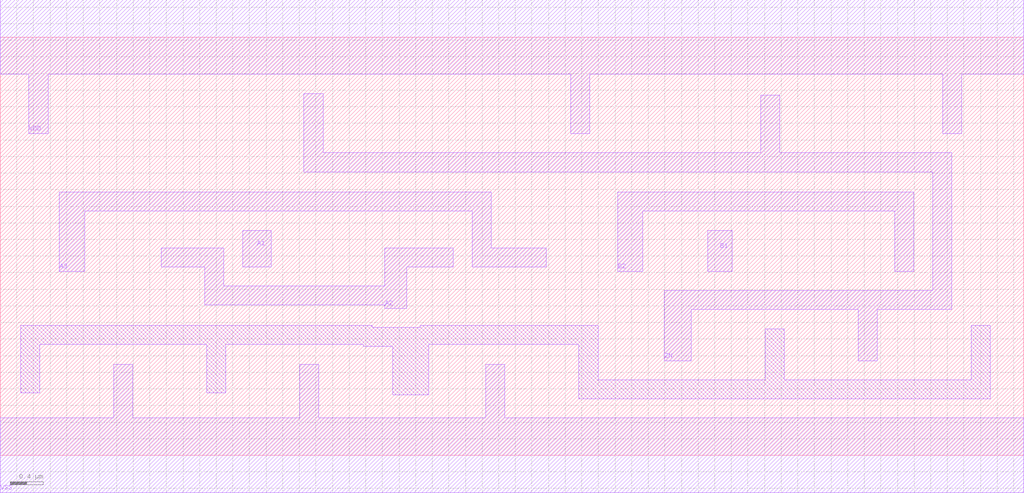
<source format=lef>
# Copyright 2022 GlobalFoundries PDK Authors
#
# Licensed under the Apache License, Version 2.0 (the "License");
# you may not use this file except in compliance with the License.
# You may obtain a copy of the License at
#
#      http://www.apache.org/licenses/LICENSE-2.0
#
# Unless required by applicable law or agreed to in writing, software
# distributed under the License is distributed on an "AS IS" BASIS,
# WITHOUT WARRANTIES OR CONDITIONS OF ANY KIND, either express or implied.
# See the License for the specific language governing permissions and
# limitations under the License.

MACRO gf180mcu_fd_sc_mcu9t5v0__oai32_2
  CLASS core ;
  FOREIGN gf180mcu_fd_sc_mcu9t5v0__oai32_2 0.0 0.0 ;
  ORIGIN 0 0 ;
  SYMMETRY X Y ;
  SITE GF018hv5v_green_sc9 ;
  SIZE 12.32 BY 5.04 ;
  PIN A1
    DIRECTION INPUT ;
    ANTENNAGATEAREA 3.414 ;
    PORT
      LAYER METAL1 ;
        POLYGON 2.92 2.27 3.26 2.27 3.26 2.71 2.92 2.71  ;
    END
  END A1
  PIN A2
    DIRECTION INPUT ;
    ANTENNAGATEAREA 3.414 ;
    PORT
      LAYER METAL1 ;
        POLYGON 1.94 2.27 2.46 2.27 2.46 1.81 4.63 1.81 4.63 1.77 4.89 1.77 4.89 2.27 5.45 2.27 5.45 2.5 4.63 2.5 4.63 2.04 2.69 2.04 2.69 2.5 1.94 2.5  ;
    END
  END A2
  PIN A3
    DIRECTION INPUT ;
    ANTENNAGATEAREA 3.414 ;
    PORT
      LAYER METAL1 ;
        POLYGON 0.71 2.215 1.015 2.215 1.015 2.94 5.68 2.94 5.68 2.27 6.57 2.27 6.57 2.5 5.91 2.5 5.91 3.17 0.71 3.17  ;
    END
  END A3
  PIN B1
    DIRECTION INPUT ;
    ANTENNAGATEAREA 3.414 ;
    PORT
      LAYER METAL1 ;
        POLYGON 8.515 2.215 8.81 2.215 8.81 2.71 8.515 2.71  ;
    END
  END B1
  PIN B2
    DIRECTION INPUT ;
    ANTENNAGATEAREA 3.414 ;
    PORT
      LAYER METAL1 ;
        POLYGON 7.43 2.215 7.735 2.215 7.735 2.94 10.765 2.94 10.765 2.215 10.995 2.215 10.995 3.17 7.43 3.17  ;
    END
  END B2
  PIN ZN
    DIRECTION OUTPUT ;
    ANTENNADIFFAREA 3.642 ;
    PORT
      LAYER METAL1 ;
        POLYGON 3.655 3.415 11.225 3.415 11.225 1.985 7.99 1.985 7.99 1.14 8.315 1.14 8.315 1.755 10.325 1.755 10.325 1.14 10.555 1.14 10.555 1.755 11.455 1.755 11.455 3.645 9.385 3.645 9.385 4.34 9.155 4.34 9.155 3.645 3.885 3.645 3.885 4.355 3.655 4.355  ;
    END
  END ZN
  PIN VDD
    DIRECTION INOUT ;
    USE power ;
    SHAPE ABUTMENT ;
    PORT
      LAYER METAL1 ;
        POLYGON 0 4.59 0.345 4.59 0.345 3.875 0.575 3.875 0.575 4.59 6.865 4.59 6.865 3.875 7.095 3.875 7.095 4.59 11.345 4.59 11.345 3.875 11.575 3.875 11.575 4.59 11.915 4.59 12.32 4.59 12.32 5.49 11.915 5.49 0 5.49  ;
    END
  END VDD
  PIN VSS
    DIRECTION INOUT ;
    USE ground ;
    SHAPE ABUTMENT ;
    PORT
      LAYER METAL1 ;
        POLYGON 0 -0.45 12.32 -0.45 12.32 0.45 6.075 0.45 6.075 1.095 5.845 1.095 5.845 0.45 3.835 0.45 3.835 1.095 3.605 1.095 3.605 0.45 1.595 0.45 1.595 1.095 1.365 1.095 1.365 0.45 0 0.45  ;
    END
  END VSS
  OBS
      LAYER METAL1 ;
        POLYGON 0.245 0.755 0.475 0.755 0.475 1.335 2.485 1.335 2.485 0.755 2.715 0.755 2.715 1.335 4.37 1.335 4.37 1.31 4.725 1.31 4.725 0.73 5.16 0.73 5.16 1.335 6.965 1.335 6.965 0.68 11.915 0.68 11.915 1.565 11.685 1.565 11.685 0.91 9.435 0.91 9.435 1.525 9.205 1.525 9.205 0.91 7.195 0.91 7.195 1.565 5.055 1.565 5.055 1.54 4.475 1.54 4.475 1.565 0.245 1.565  ;
  END
END gf180mcu_fd_sc_mcu9t5v0__oai32_2

</source>
